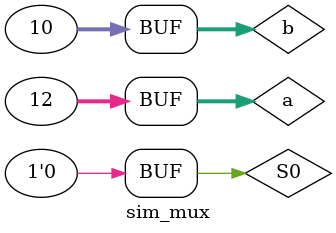
<source format=v>
`timescale 1ns / 1ps


module sim_mux();

    reg S0;
    reg [31:0] a, b;
    wire [31:0] Rez;
    mux2_1 mux(a,b,S0,Rez);
    initial begin
    a = 12;b= 10;S0 = 1 ;
     #50 S0 = 0;
    end
endmodule

</source>
